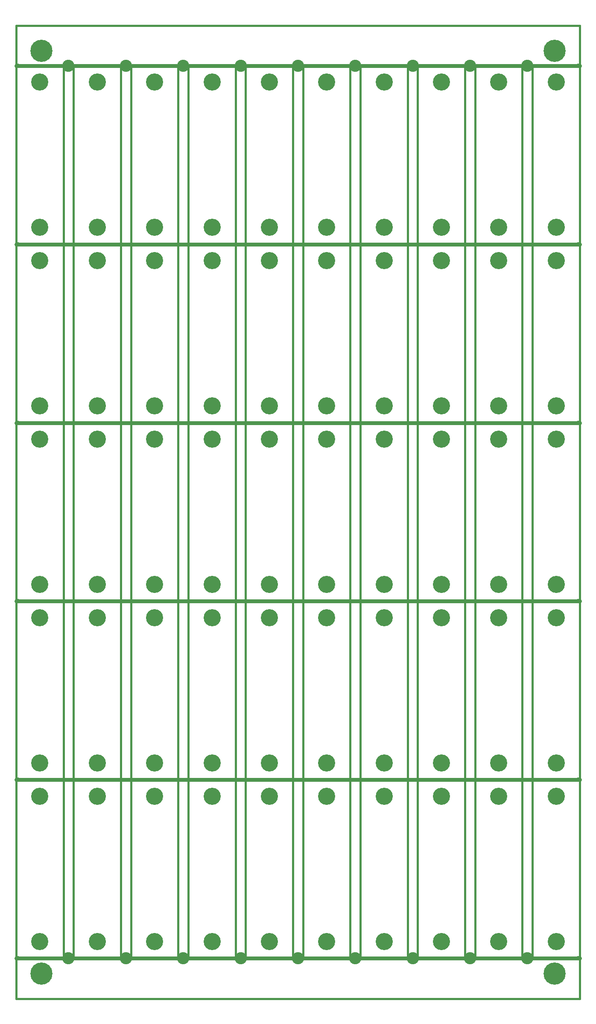
<source format=gbr>
%FSLAX36Y36*%
%MOMM*%
%SFA1.000B1.000*%

%MIA0B0*%
%IPPOS*%
%ADD23C,0.40000*%
%ADD24C,0.80000*%
%ADD30C,2.40000*%
%ADD31C,0.90000*%
%ADD32C,4.40000*%
%ADD33C,3.40000*%
%LNCO-NE*%
%LPD*%
G54D30*
X21749000Y184875000D03*
X21749000Y8000000D03*
X33123000Y184875000D03*
X33123000Y8000000D03*
X44497000Y184875000D03*
X44497000Y8000000D03*
X55872000Y184875000D03*
X55872000Y8000000D03*
X67246000Y184875000D03*
X67246000Y8000000D03*
X78620000Y184875000D03*
X78620000Y8000000D03*
X89994000Y184875000D03*
X89994000Y8000000D03*
X101369000Y184875000D03*
X101369000Y8000000D03*
X10374000Y8000000D03*
X10374000Y184875000D03*
G54D31*
X300000Y8000000D03*
X111443000Y8000000D03*
X111443000Y184875000D03*
X300000Y184875000D03*
X111443000Y149500000D03*
X300000Y149500000D03*
X111443000Y114125000D03*
X300000Y114125000D03*
X111443000Y78750000D03*
X300000Y78750000D03*
X111443000Y43375000D03*
X300000Y43375000D03*
G54D32*
X106743000Y187875000D03*
X5000000Y187875000D03*
X106743000Y5000000D03*
X5000000Y5000000D03*
G54D33*
X38823000Y40125000D03*
X38823000Y11350000D03*
X27449000Y11350000D03*
X27449000Y40125000D03*
X61572000Y40125000D03*
X61572000Y11350000D03*
X50197000Y11350000D03*
X50197000Y40125000D03*
X84320000Y40125000D03*
X84320000Y11350000D03*
X72946000Y11350000D03*
X72946000Y40125000D03*
X107069000Y40125000D03*
X107069000Y11350000D03*
X95694000Y11350000D03*
X95694000Y40125000D03*
X4700000Y40125000D03*
X4700000Y11350000D03*
X16074000Y11350000D03*
X16074000Y40125000D03*
X16074000Y181625000D03*
X16074000Y152850000D03*
X4700000Y152850000D03*
X4700000Y181625000D03*
X95694000Y181625000D03*
X95694000Y152850000D03*
X107069000Y152850000D03*
X107069000Y181625000D03*
X72946000Y181625000D03*
X72946000Y152850000D03*
X84320000Y152850000D03*
X84320000Y181625000D03*
X50197000Y181625000D03*
X50197000Y152850000D03*
X61572000Y152850000D03*
X61572000Y181625000D03*
X27449000Y181625000D03*
X27449000Y152850000D03*
X38823000Y152850000D03*
X38823000Y181625000D03*
X16074000Y146250000D03*
X16074000Y117475000D03*
X4700000Y117475000D03*
X4700000Y146250000D03*
X95694000Y146250000D03*
X95694000Y117475000D03*
X107069000Y117475000D03*
X107069000Y146250000D03*
X72946000Y146250000D03*
X72946000Y117475000D03*
X84320000Y117475000D03*
X84320000Y146250000D03*
X50197000Y146250000D03*
X50197000Y117475000D03*
X61572000Y117475000D03*
X61572000Y146250000D03*
X27449000Y146250000D03*
X27449000Y117475000D03*
X38823000Y117475000D03*
X38823000Y146250000D03*
X16074000Y110875000D03*
X16074000Y82100000D03*
X4700000Y82100000D03*
X4700000Y110875000D03*
X95694000Y110875000D03*
X95694000Y82100000D03*
X107069000Y82100000D03*
X107069000Y110875000D03*
X72946000Y110875000D03*
X72946000Y82100000D03*
X84320000Y82100000D03*
X84320000Y110875000D03*
X50197000Y110875000D03*
X50197000Y82100000D03*
X61572000Y82100000D03*
X61572000Y110875000D03*
X27449000Y110875000D03*
X27449000Y82100000D03*
X38823000Y82100000D03*
X38823000Y110875000D03*
X16074000Y75500000D03*
X16074000Y46725000D03*
X4700000Y46725000D03*
X4700000Y75500000D03*
X95694000Y75500000D03*
X95694000Y46725000D03*
X107069000Y46725000D03*
X107069000Y75500000D03*
X72946000Y75500000D03*
X72946000Y46725000D03*
X84320000Y46725000D03*
X84320000Y75500000D03*
X50197000Y75500000D03*
X50197000Y46725000D03*
X61572000Y46725000D03*
X61572000Y75500000D03*
X27449000Y75500000D03*
X27449000Y46725000D03*
X38823000Y46725000D03*
X38823000Y75500000D03*
G54D23*
X0Y0D02*
G01X111743000Y0D01*
X111743000Y8000000D01*
X0Y8000000D01*
X0Y0D01*
X0Y184875000D02*
G01X111743000Y184875000D01*
X111743000Y192875000D01*
X0Y192875000D01*
X0Y184875000D01*
X34123000Y78750000D02*
G01X34123000Y43375000D01*
X43497000Y43375000D01*
X43497000Y78750000D01*
X34123000Y78750000D01*
X22749000Y78750000D02*
G01X32123000Y78750000D01*
X32123000Y43375000D01*
X22749000Y43375000D01*
X22749000Y78750000D01*
X56872000Y78750000D02*
G01X56872000Y43375000D01*
X66246000Y43375000D01*
X66246000Y78750000D01*
X56872000Y78750000D01*
X45497000Y78750000D02*
G01X54872000Y78750000D01*
X54872000Y43375000D01*
X45497000Y43375000D01*
X45497000Y78750000D01*
X79620000Y78750000D02*
G01X79620000Y43375000D01*
X88994000Y43375000D01*
X88994000Y78750000D01*
X79620000Y78750000D01*
X68246000Y78750000D02*
G01X77620000Y78750000D01*
X77620000Y43375000D01*
X68246000Y43375000D01*
X68246000Y78750000D01*
X102369000Y78750000D02*
G01X102369000Y43375000D01*
X111743000Y43375000D01*
X111743000Y78750000D01*
X102369000Y78750000D01*
X90994000Y78750000D02*
G01X100369000Y78750000D01*
X100369000Y43375000D01*
X90994000Y43375000D01*
X90994000Y78750000D01*
X0Y78750000D02*
G01X0Y43375000D01*
X9374000Y43375000D01*
X9374000Y78750000D01*
X0Y78750000D01*
X11374000Y78750000D02*
G01X20749000Y78750000D01*
X20749000Y43375000D01*
X11374000Y43375000D01*
X11374000Y78750000D01*
X34123000Y114125000D02*
G01X34123000Y78750000D01*
X43497000Y78750000D01*
X43497000Y114125000D01*
X34123000Y114125000D01*
X22749000Y114125000D02*
G01X32123000Y114125000D01*
X32123000Y78750000D01*
X22749000Y78750000D01*
X22749000Y114125000D01*
X56872000Y114125000D02*
G01X56872000Y78750000D01*
X66246000Y78750000D01*
X66246000Y114125000D01*
X56872000Y114125000D01*
X45497000Y114125000D02*
G01X54872000Y114125000D01*
X54872000Y78750000D01*
X45497000Y78750000D01*
X45497000Y114125000D01*
X79620000Y114125000D02*
G01X79620000Y78750000D01*
X88994000Y78750000D01*
X88994000Y114125000D01*
X79620000Y114125000D01*
X68246000Y114125000D02*
G01X77620000Y114125000D01*
X77620000Y78750000D01*
X68246000Y78750000D01*
X68246000Y114125000D01*
X102369000Y114125000D02*
G01X102369000Y78750000D01*
X111743000Y78750000D01*
X111743000Y114125000D01*
X102369000Y114125000D01*
X90994000Y114125000D02*
G01X100369000Y114125000D01*
X100369000Y78750000D01*
X90994000Y78750000D01*
X90994000Y114125000D01*
X0Y114125000D02*
G01X0Y78750000D01*
X9374000Y78750000D01*
X9374000Y114125000D01*
X0Y114125000D01*
X11374000Y114125000D02*
G01X20749000Y114125000D01*
X20749000Y78750000D01*
X11374000Y78750000D01*
X11374000Y114125000D01*
X34123000Y149500000D02*
G01X34123000Y114125000D01*
X43497000Y114125000D01*
X43497000Y149500000D01*
X34123000Y149500000D01*
X22749000Y149500000D02*
G01X32123000Y149500000D01*
X32123000Y114125000D01*
X22749000Y114125000D01*
X22749000Y149500000D01*
X56872000Y149500000D02*
G01X56872000Y114125000D01*
X66246000Y114125000D01*
X66246000Y149500000D01*
X56872000Y149500000D01*
X45497000Y149500000D02*
G01X54872000Y149500000D01*
X54872000Y114125000D01*
X45497000Y114125000D01*
X45497000Y149500000D01*
X79620000Y149500000D02*
G01X79620000Y114125000D01*
X88994000Y114125000D01*
X88994000Y149500000D01*
X79620000Y149500000D01*
X68246000Y149500000D02*
G01X77620000Y149500000D01*
X77620000Y114125000D01*
X68246000Y114125000D01*
X68246000Y149500000D01*
X102369000Y149500000D02*
G01X102369000Y114125000D01*
X111743000Y114125000D01*
X111743000Y149500000D01*
X102369000Y149500000D01*
X90994000Y149500000D02*
G01X100369000Y149500000D01*
X100369000Y114125000D01*
X90994000Y114125000D01*
X90994000Y149500000D01*
X0Y149500000D02*
G01X0Y114125000D01*
X9374000Y114125000D01*
X9374000Y149500000D01*
X0Y149500000D01*
X11374000Y149500000D02*
G01X20749000Y149500000D01*
X20749000Y114125000D01*
X11374000Y114125000D01*
X11374000Y149500000D01*
X34123000Y184875000D02*
G01X34123000Y149500000D01*
X43497000Y149500000D01*
X43497000Y184875000D01*
X34123000Y184875000D01*
X22749000Y184875000D02*
G01X32123000Y184875000D01*
X32123000Y149500000D01*
X22749000Y149500000D01*
X22749000Y184875000D01*
X56872000Y184875000D02*
G01X56872000Y149500000D01*
X66246000Y149500000D01*
X66246000Y184875000D01*
X56872000Y184875000D01*
X45497000Y184875000D02*
G01X54872000Y184875000D01*
X54872000Y149500000D01*
X45497000Y149500000D01*
X45497000Y184875000D01*
X79620000Y184875000D02*
G01X79620000Y149500000D01*
X88994000Y149500000D01*
X88994000Y184875000D01*
X79620000Y184875000D01*
X68246000Y184875000D02*
G01X77620000Y184875000D01*
X77620000Y149500000D01*
X68246000Y149500000D01*
X68246000Y184875000D01*
X102369000Y184875000D02*
G01X102369000Y149500000D01*
X111743000Y149500000D01*
X111743000Y184875000D01*
X102369000Y184875000D01*
X90994000Y184875000D02*
G01X100369000Y184875000D01*
X100369000Y149500000D01*
X90994000Y149500000D01*
X90994000Y184875000D01*
X0Y184875000D02*
G01X0Y149500000D01*
X9374000Y149500000D01*
X9374000Y184875000D01*
X0Y184875000D01*
X11374000Y184875000D02*
G01X20749000Y184875000D01*
X20749000Y149500000D01*
X11374000Y149500000D01*
X11374000Y184875000D01*
X11374000Y43375000D02*
G01X11374000Y8000000D01*
X20749000Y8000000D01*
X20749000Y43375000D01*
X11374000Y43375000D01*
X0Y43375000D02*
G01X9374000Y43375000D01*
X9374000Y8000000D01*
X0Y8000000D01*
X0Y43375000D01*
X90994000Y43375000D02*
G01X90994000Y8000000D01*
X100369000Y8000000D01*
X100369000Y43375000D01*
X90994000Y43375000D01*
X102369000Y43375000D02*
G01X111743000Y43375000D01*
X111743000Y8000000D01*
X102369000Y8000000D01*
X102369000Y43375000D01*
X68246000Y43375000D02*
G01X68246000Y8000000D01*
X77620000Y8000000D01*
X77620000Y43375000D01*
X68246000Y43375000D01*
X79620000Y43375000D02*
G01X88994000Y43375000D01*
X88994000Y8000000D01*
X79620000Y8000000D01*
X79620000Y43375000D01*
X45497000Y43375000D02*
G01X45497000Y8000000D01*
X54872000Y8000000D01*
X54872000Y43375000D01*
X45497000Y43375000D01*
X56872000Y43375000D02*
G01X66246000Y43375000D01*
X66246000Y8000000D01*
X56872000Y8000000D01*
X56872000Y43375000D01*
X22749000Y43375000D02*
G01X22749000Y8000000D01*
X32123000Y8000000D01*
X32123000Y43375000D01*
X22749000Y43375000D01*
X34123000Y43375000D02*
G01X43497000Y43375000D01*
X43497000Y8000000D01*
X34123000Y8000000D01*
X34123000Y43375000D01*
G54D24*
X0Y149500000D02*
G01X111743000Y149500000D01*
X0Y114125000D02*
G01X111743000Y114125000D01*
X0Y78750000D02*
G01X111743000Y78750000D01*
X0Y43375000D02*
G01X111743000Y43375000D01*
X0Y8000000D02*
G01X111743000Y8000000D01*
X0Y184875000D02*
G01X111743000Y184875000D01*
M02*

</source>
